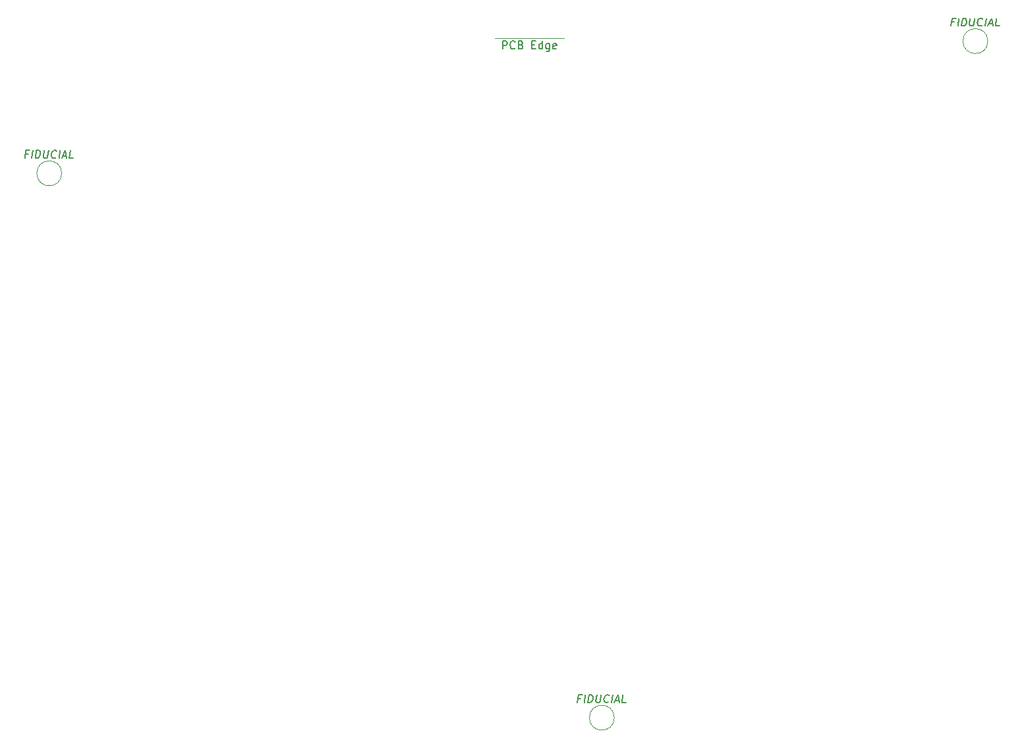
<source format=gbr>
%TF.GenerationSoftware,KiCad,Pcbnew,(6.0.8)*%
%TF.CreationDate,2022-10-08T21:09:11+11:00*%
%TF.ProjectId,KEEBPAD-MK,4b454542-5041-4442-9d4d-4b2e6b696361,1.0.0*%
%TF.SameCoordinates,PX8f0d180PY8f0d180*%
%TF.FileFunction,OtherDrawing,Comment*%
%FSLAX46Y46*%
G04 Gerber Fmt 4.6, Leading zero omitted, Abs format (unit mm)*
G04 Created by KiCad (PCBNEW (6.0.8)) date 2022-10-08 21:09:11*
%MOMM*%
%LPD*%
G01*
G04 APERTURE LIST*
%ADD10C,0.150000*%
%ADD11C,0.010000*%
%ADD12C,0.100000*%
G04 APERTURE END LIST*
D10*
X55280327Y49471429D02*
X54946994Y49471429D01*
X54881517Y48947620D02*
X55006517Y49947620D01*
X55482708Y49947620D01*
X55738660Y48947620D02*
X55863660Y49947620D01*
X56214851Y48947620D02*
X56339851Y49947620D01*
X56577946Y49947620D01*
X56714851Y49900000D01*
X56798184Y49804762D01*
X56833898Y49709524D01*
X56857708Y49519048D01*
X56839851Y49376191D01*
X56768422Y49185715D01*
X56708898Y49090477D01*
X56601755Y48995239D01*
X56452946Y48947620D01*
X56214851Y48947620D01*
X57339851Y49947620D02*
X57238660Y49138096D01*
X57274375Y49042858D01*
X57316041Y48995239D01*
X57405327Y48947620D01*
X57595803Y48947620D01*
X57696994Y48995239D01*
X57750565Y49042858D01*
X57810089Y49138096D01*
X57911279Y49947620D01*
X58845803Y49042858D02*
X58792232Y48995239D01*
X58643422Y48947620D01*
X58548184Y48947620D01*
X58411279Y48995239D01*
X58327946Y49090477D01*
X58292232Y49185715D01*
X58268422Y49376191D01*
X58286279Y49519048D01*
X58357708Y49709524D01*
X58417232Y49804762D01*
X58524375Y49900000D01*
X58673184Y49947620D01*
X58768422Y49947620D01*
X58905327Y49900000D01*
X58946994Y49852381D01*
X59262470Y48947620D02*
X59387470Y49947620D01*
X59726755Y49233334D02*
X60202946Y49233334D01*
X59595803Y48947620D02*
X60054136Y49947620D01*
X60262470Y48947620D01*
X61071994Y48947620D02*
X60595803Y48947620D01*
X60720803Y49947620D01*
D11*
X59600000Y47000000D02*
G75*
G03*
X59600000Y47000000I-1600000J0D01*
G01*
D10*
X7280327Y-37528571D02*
X6946994Y-37528571D01*
X6881517Y-38052380D02*
X7006517Y-37052380D01*
X7482708Y-37052380D01*
X7738660Y-38052380D02*
X7863660Y-37052380D01*
X8214851Y-38052380D02*
X8339851Y-37052380D01*
X8577946Y-37052380D01*
X8714851Y-37100000D01*
X8798184Y-37195238D01*
X8833898Y-37290476D01*
X8857708Y-37480952D01*
X8839851Y-37623809D01*
X8768422Y-37814285D01*
X8708898Y-37909523D01*
X8601755Y-38004761D01*
X8452946Y-38052380D01*
X8214851Y-38052380D01*
X9339851Y-37052380D02*
X9238660Y-37861904D01*
X9274375Y-37957142D01*
X9316041Y-38004761D01*
X9405327Y-38052380D01*
X9595803Y-38052380D01*
X9696994Y-38004761D01*
X9750565Y-37957142D01*
X9810089Y-37861904D01*
X9911279Y-37052380D01*
X10845803Y-37957142D02*
X10792232Y-38004761D01*
X10643422Y-38052380D01*
X10548184Y-38052380D01*
X10411279Y-38004761D01*
X10327946Y-37909523D01*
X10292232Y-37814285D01*
X10268422Y-37623809D01*
X10286279Y-37480952D01*
X10357708Y-37290476D01*
X10417232Y-37195238D01*
X10524375Y-37100000D01*
X10673184Y-37052380D01*
X10768422Y-37052380D01*
X10905327Y-37100000D01*
X10946994Y-37147619D01*
X11262470Y-38052380D02*
X11387470Y-37052380D01*
X11726755Y-37766666D02*
X12202946Y-37766666D01*
X11595803Y-38052380D02*
X12054136Y-37052380D01*
X12262470Y-38052380D01*
X13071994Y-38052380D02*
X12595803Y-38052380D01*
X12720803Y-37052380D01*
D11*
X11600000Y-40000000D02*
G75*
G03*
X11600000Y-40000000I-1600000J0D01*
G01*
D10*
X-63719673Y32471429D02*
X-64053006Y32471429D01*
X-64118483Y31947620D02*
X-63993483Y32947620D01*
X-63517292Y32947620D01*
X-63261340Y31947620D02*
X-63136340Y32947620D01*
X-62785149Y31947620D02*
X-62660149Y32947620D01*
X-62422054Y32947620D01*
X-62285149Y32900000D01*
X-62201816Y32804762D01*
X-62166102Y32709524D01*
X-62142292Y32519048D01*
X-62160149Y32376191D01*
X-62231578Y32185715D01*
X-62291102Y32090477D01*
X-62398245Y31995239D01*
X-62547054Y31947620D01*
X-62785149Y31947620D01*
X-61660149Y32947620D02*
X-61761340Y32138096D01*
X-61725625Y32042858D01*
X-61683959Y31995239D01*
X-61594673Y31947620D01*
X-61404197Y31947620D01*
X-61303006Y31995239D01*
X-61249435Y32042858D01*
X-61189911Y32138096D01*
X-61088721Y32947620D01*
X-60154197Y32042858D02*
X-60207768Y31995239D01*
X-60356578Y31947620D01*
X-60451816Y31947620D01*
X-60588721Y31995239D01*
X-60672054Y32090477D01*
X-60707768Y32185715D01*
X-60731578Y32376191D01*
X-60713721Y32519048D01*
X-60642292Y32709524D01*
X-60582768Y32804762D01*
X-60475625Y32900000D01*
X-60326816Y32947620D01*
X-60231578Y32947620D01*
X-60094673Y32900000D01*
X-60053006Y32852381D01*
X-59737530Y31947620D02*
X-59612530Y32947620D01*
X-59273245Y32233334D02*
X-58797054Y32233334D01*
X-59404197Y31947620D02*
X-58945864Y32947620D01*
X-58737530Y31947620D01*
X-57928006Y31947620D02*
X-58404197Y31947620D01*
X-58279197Y32947620D01*
D11*
X-59400000Y30000000D02*
G75*
G03*
X-59400000Y30000000I-1600000J0D01*
G01*
D10*
%TO.C,J2*%
X-2728572Y46002620D02*
X-2728572Y47002620D01*
X-2347620Y47002620D01*
X-2252381Y46955000D01*
X-2204762Y46907381D01*
X-2157143Y46812143D01*
X-2157143Y46669286D01*
X-2204762Y46574048D01*
X-2252381Y46526429D01*
X-2347620Y46478810D01*
X-2728572Y46478810D01*
X-1157143Y46097858D02*
X-1204762Y46050239D01*
X-1347620Y46002620D01*
X-1442858Y46002620D01*
X-1585715Y46050239D01*
X-1680953Y46145477D01*
X-1728572Y46240715D01*
X-1776191Y46431191D01*
X-1776191Y46574048D01*
X-1728572Y46764524D01*
X-1680953Y46859762D01*
X-1585715Y46955000D01*
X-1442858Y47002620D01*
X-1347620Y47002620D01*
X-1204762Y46955000D01*
X-1157143Y46907381D01*
X-395239Y46526429D02*
X-252381Y46478810D01*
X-204762Y46431191D01*
X-157143Y46335953D01*
X-157143Y46193096D01*
X-204762Y46097858D01*
X-252381Y46050239D01*
X-347620Y46002620D01*
X-728572Y46002620D01*
X-728572Y47002620D01*
X-395239Y47002620D01*
X-300000Y46955000D01*
X-252381Y46907381D01*
X-204762Y46812143D01*
X-204762Y46716905D01*
X-252381Y46621667D01*
X-300000Y46574048D01*
X-395239Y46526429D01*
X-728572Y46526429D01*
X1033333Y46526429D02*
X1366666Y46526429D01*
X1509523Y46002620D02*
X1033333Y46002620D01*
X1033333Y47002620D01*
X1509523Y47002620D01*
X2366666Y46002620D02*
X2366666Y47002620D01*
X2366666Y46050239D02*
X2271428Y46002620D01*
X2080952Y46002620D01*
X1985714Y46050239D01*
X1938095Y46097858D01*
X1890476Y46193096D01*
X1890476Y46478810D01*
X1938095Y46574048D01*
X1985714Y46621667D01*
X2080952Y46669286D01*
X2271428Y46669286D01*
X2366666Y46621667D01*
X3271428Y46669286D02*
X3271428Y45859762D01*
X3223809Y45764524D01*
X3176190Y45716905D01*
X3080952Y45669286D01*
X2938095Y45669286D01*
X2842857Y45716905D01*
X3271428Y46050239D02*
X3176190Y46002620D01*
X2985714Y46002620D01*
X2890476Y46050239D01*
X2842857Y46097858D01*
X2795238Y46193096D01*
X2795238Y46478810D01*
X2842857Y46574048D01*
X2890476Y46621667D01*
X2985714Y46669286D01*
X3176190Y46669286D01*
X3271428Y46621667D01*
X4128571Y46050239D02*
X4033333Y46002620D01*
X3842857Y46002620D01*
X3747619Y46050239D01*
X3700000Y46145477D01*
X3700000Y46526429D01*
X3747619Y46621667D01*
X3842857Y46669286D01*
X4033333Y46669286D01*
X4128571Y46621667D01*
X4176190Y46526429D01*
X4176190Y46431191D01*
X3700000Y46335953D01*
D12*
X5170000Y47365000D02*
X-3770000Y47365000D01*
%TD*%
M02*

</source>
